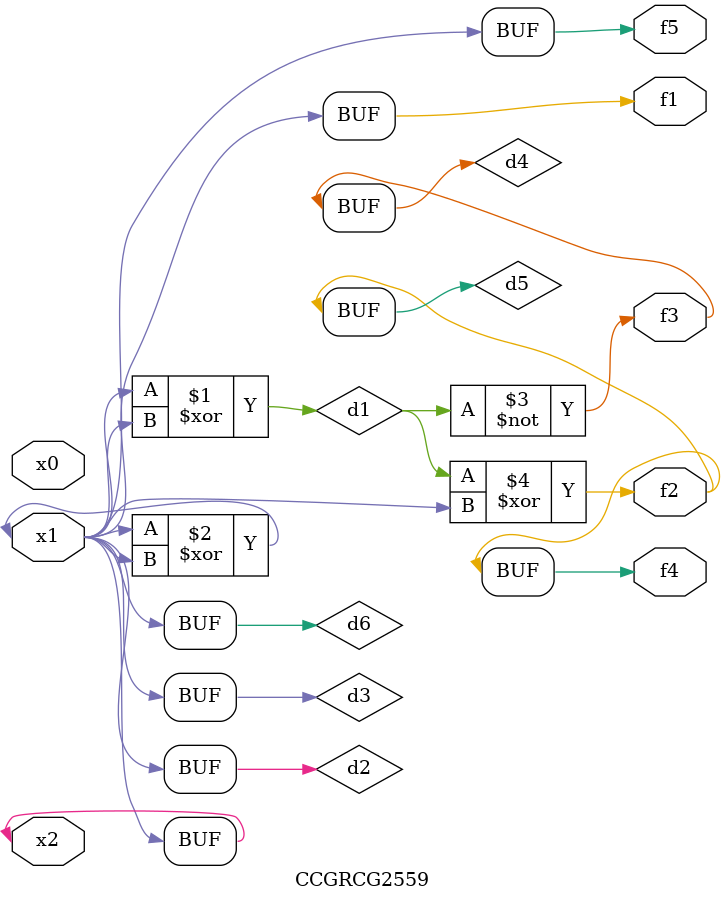
<source format=v>
module CCGRCG2559(
	input x0, x1, x2,
	output f1, f2, f3, f4, f5
);

	wire d1, d2, d3, d4, d5, d6;

	xor (d1, x1, x2);
	buf (d2, x1, x2);
	xor (d3, x1, x2);
	nor (d4, d1);
	xor (d5, d1, d2);
	buf (d6, d2, d3);
	assign f1 = d6;
	assign f2 = d5;
	assign f3 = d4;
	assign f4 = d5;
	assign f5 = d6;
endmodule

</source>
